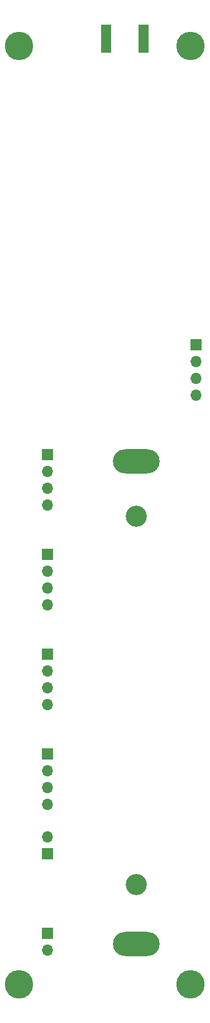
<source format=gbr>
%TF.GenerationSoftware,KiCad,Pcbnew,8.0.3*%
%TF.CreationDate,2024-07-11T13:48:36-07:00*%
%TF.ProjectId,radioboard_dev,72616469-6f62-46f6-9172-645f6465762e,rev?*%
%TF.SameCoordinates,Original*%
%TF.FileFunction,Soldermask,Bot*%
%TF.FilePolarity,Negative*%
%FSLAX46Y46*%
G04 Gerber Fmt 4.6, Leading zero omitted, Abs format (unit mm)*
G04 Created by KiCad (PCBNEW 8.0.3) date 2024-07-11 13:48:36*
%MOMM*%
%LPD*%
G01*
G04 APERTURE LIST*
G04 Aperture macros list*
%AMRoundRect*
0 Rectangle with rounded corners*
0 $1 Rounding radius*
0 $2 $3 $4 $5 $6 $7 $8 $9 X,Y pos of 4 corners*
0 Add a 4 corners polygon primitive as box body*
4,1,4,$2,$3,$4,$5,$6,$7,$8,$9,$2,$3,0*
0 Add four circle primitives for the rounded corners*
1,1,$1+$1,$2,$3*
1,1,$1+$1,$4,$5*
1,1,$1+$1,$6,$7*
1,1,$1+$1,$8,$9*
0 Add four rect primitives between the rounded corners*
20,1,$1+$1,$2,$3,$4,$5,0*
20,1,$1+$1,$4,$5,$6,$7,0*
20,1,$1+$1,$6,$7,$8,$9,0*
20,1,$1+$1,$8,$9,$2,$3,0*%
G04 Aperture macros list end*
%ADD10RoundRect,0.050000X-0.675000X2.100000X-0.675000X-2.100000X0.675000X-2.100000X0.675000X2.100000X0*%
%ADD11R,1.700000X1.700000*%
%ADD12O,1.700000X1.700000*%
%ADD13C,3.200000*%
%ADD14O,7.084000X3.644000*%
%ADD15C,4.300000*%
G04 APERTURE END LIST*
D10*
%TO.C,CN12*%
X38425000Y-27900000D03*
X44075000Y-27900000D03*
%TD*%
D11*
%TO.C,J5*%
X29500000Y-120893332D03*
D12*
X29500000Y-123433332D03*
X29500000Y-125973332D03*
X29500000Y-128513332D03*
%TD*%
%TO.C,J3*%
X52070000Y-81719998D03*
X52070000Y-79179998D03*
X52070000Y-76639998D03*
D11*
X52070000Y-74099998D03*
%TD*%
D13*
%TO.C,BT1*%
X43000000Y-100030000D03*
X43000000Y-155640000D03*
D14*
X43000000Y-91750000D03*
X43000000Y-164650000D03*
%TD*%
D15*
%TO.C,REF\u002A\u002A*%
X25250000Y-29000000D03*
%TD*%
%TO.C,REF\u002A\u002A*%
X51250000Y-29000000D03*
%TD*%
D11*
%TO.C,J4*%
X29500000Y-135965000D03*
D12*
X29500000Y-138505000D03*
X29500000Y-141045000D03*
X29500000Y-143585000D03*
%TD*%
D15*
%TO.C,REF\u002A\u002A*%
X25250000Y-170750000D03*
%TD*%
D11*
%TO.C,J1*%
X29500000Y-163000000D03*
D12*
X29500000Y-165540000D03*
%TD*%
D11*
%TO.C,J9*%
X29500000Y-105821666D03*
D12*
X29500000Y-108361666D03*
X29500000Y-110901666D03*
X29500000Y-113441666D03*
%TD*%
D11*
%TO.C,J2*%
X29500000Y-151040000D03*
D12*
X29500000Y-148500000D03*
%TD*%
D11*
%TO.C,J6*%
X29500000Y-90750000D03*
D12*
X29500000Y-93290000D03*
X29500000Y-95830000D03*
X29500000Y-98370000D03*
%TD*%
D15*
%TO.C,REF\u002A\u002A*%
X51250000Y-170750000D03*
%TD*%
M02*

</source>
